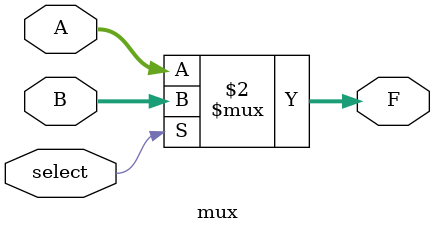
<source format=v>

`timescale 1ns / 10ps

module mux(F, A, B, select);
    output [15:0] F;
    input [15:0] A, B;
    input select;

    assign #2 F = (select == 0)
     ? A
     : B;
endmodule

</source>
